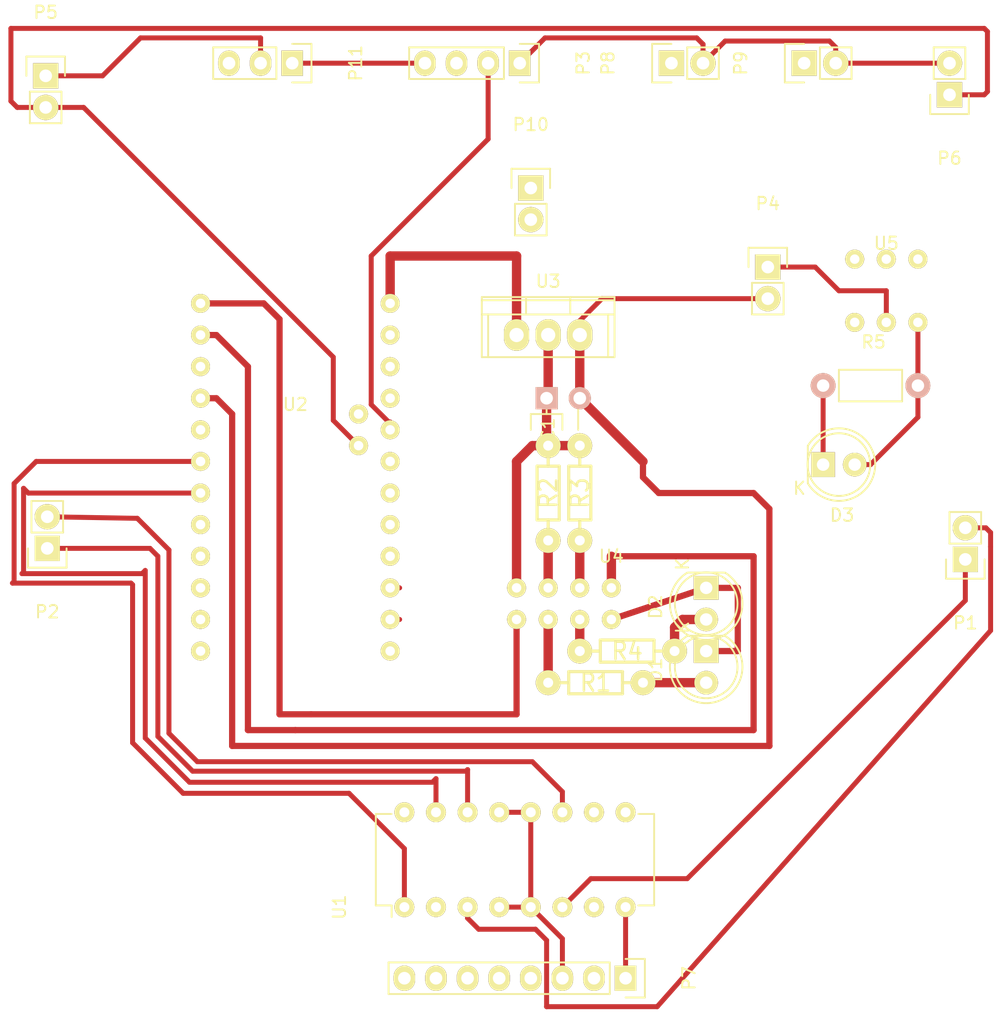
<source format=kicad_pcb>
(kicad_pcb (version 4) (host pcbnew 4.0.2+dfsg1-stable)

  (general
    (links 63)
    (no_connects 23)
    (area 0 0 0 0)
    (thickness 1.6)
    (drawings 4)
    (tracks 163)
    (zones 0)
    (modules 25)
    (nets 46)
  )

  (page A4)
  (layers
    (0 F.Cu signal)
    (31 B.Cu signal)
    (32 B.Adhes user)
    (33 F.Adhes user)
    (34 B.Paste user)
    (35 F.Paste user)
    (36 B.SilkS user)
    (37 F.SilkS user)
    (38 B.Mask user)
    (39 F.Mask user)
    (40 Dwgs.User user)
    (41 Cmts.User user)
    (42 Eco1.User user)
    (43 Eco2.User user)
    (44 Edge.Cuts user)
    (45 Margin user)
    (46 B.CrtYd user)
    (47 F.CrtYd user)
    (48 B.Fab user)
    (49 F.Fab user)
  )

  (setup
    (last_trace_width 0.4)
    (user_trace_width 0.5)
    (user_trace_width 2)
    (trace_clearance 0.2)
    (zone_clearance 0.508)
    (zone_45_only no)
    (trace_min 0.1)
    (segment_width 0.2)
    (edge_width 0.15)
    (via_size 0.6)
    (via_drill 0.4)
    (via_min_size 0.4)
    (via_min_drill 0.3)
    (uvia_size 0.3)
    (uvia_drill 0.1)
    (uvias_allowed no)
    (uvia_min_size 0.2)
    (uvia_min_drill 0.1)
    (pcb_text_width 0.3)
    (pcb_text_size 1.5 1.5)
    (mod_edge_width 0.15)
    (mod_text_size 1 1)
    (mod_text_width 0.15)
    (pad_size 1.524 1.524)
    (pad_drill 0.762)
    (pad_to_mask_clearance 0.2)
    (aux_axis_origin 0 0)
    (visible_elements FFFFFF7F)
    (pcbplotparams
      (layerselection 0x00400_00000001)
      (usegerberextensions false)
      (excludeedgelayer true)
      (linewidth 0.100000)
      (plotframeref false)
      (viasonmask false)
      (mode 1)
      (useauxorigin false)
      (hpglpennumber 1)
      (hpglpenspeed 20)
      (hpglpendiameter 15)
      (hpglpenoverlay 2)
      (psnegative false)
      (psa4output false)
      (plotreference true)
      (plotvalue true)
      (plotinvisibletext false)
      (padsonsilk false)
      (subtractmaskfromsilk false)
      (outputformat 1)
      (mirror false)
      (drillshape 0)
      (scaleselection 1)
      (outputdirectory ""))
  )

  (net 0 "")
  (net 1 "Net-(C1-Pad1)")
  (net 2 "Net-(C1-Pad2)")
  (net 3 "Net-(D1-Pad2)")
  (net 4 "Net-(D2-Pad2)")
  (net 5 "Net-(P3-Pad2)")
  (net 6 "Net-(P3-Pad3)")
  (net 7 "Net-(R1-Pad1)")
  (net 8 "Net-(R2-Pad2)")
  (net 9 "Net-(R3-Pad2)")
  (net 10 "Net-(R4-Pad1)")
  (net 11 "Net-(U1-Pad1)")
  (net 12 "Net-(U1-Pad2)")
  (net 13 "Net-(U1-Pad7)")
  (net 14 "Net-(U2-Pad33)")
  (net 15 "Net-(U2-Pad34)")
  (net 16 "Net-(U2-Pad35)")
  (net 17 "Net-(U2-Pad9)")
  (net 18 "Net-(U2-Pad8)")
  (net 19 "Net-(D3-Pad2)")
  (net 20 "Net-(P10-Pad2)")
  (net 21 "Net-(P5-Pad2)")
  (net 22 "Net-(P7-Pad2)")
  (net 23 "Net-(P7-Pad5)")
  (net 24 "Net-(P7-Pad6)")
  (net 25 "Net-(P7-Pad7)")
  (net 26 "Net-(P7-Pad8)")
  (net 27 "Net-(P8-Pad1)")
  (net 28 "Net-(P9-Pad1)")
  (net 29 "Net-(P10-Pad1)")
  (net 30 "Net-(P11-Pad3)")
  (net 31 "Net-(U1-Pad9)")
  (net 32 "Net-(U1-Pad10)")
  (net 33 "Net-(U1-Pad15)")
  (net 34 "Net-(D3-Pad1)")
  (net 35 "Net-(P1-Pad1)")
  (net 36 "Net-(P1-Pad2)")
  (net 37 "Net-(P2-Pad1)")
  (net 38 "Net-(P2-Pad2)")
  (net 39 "Net-(P11-Pad1)")
  (net 40 "Net-(P4-Pad1)")
  (net 41 "Net-(P7-Pad4)")
  (net 42 "Net-(U5-Pad1)")
  (net 43 "Net-(U5-Pad2)")
  (net 44 "Net-(U5-Pad3)")
  (net 45 "Net-(U5-Pad4)")

  (net_class Default "This is the default net class."
    (clearance 0.2)
    (trace_width 0.4)
    (via_dia 0.6)
    (via_drill 0.4)
    (uvia_dia 0.3)
    (uvia_drill 0.1)
    (add_net "Net-(C1-Pad1)")
    (add_net "Net-(C1-Pad2)")
    (add_net "Net-(D1-Pad2)")
    (add_net "Net-(D2-Pad2)")
    (add_net "Net-(D3-Pad1)")
    (add_net "Net-(D3-Pad2)")
    (add_net "Net-(P1-Pad1)")
    (add_net "Net-(P1-Pad2)")
    (add_net "Net-(P10-Pad1)")
    (add_net "Net-(P10-Pad2)")
    (add_net "Net-(P11-Pad1)")
    (add_net "Net-(P11-Pad3)")
    (add_net "Net-(P2-Pad1)")
    (add_net "Net-(P2-Pad2)")
    (add_net "Net-(P3-Pad2)")
    (add_net "Net-(P3-Pad3)")
    (add_net "Net-(P4-Pad1)")
    (add_net "Net-(P5-Pad2)")
    (add_net "Net-(P7-Pad2)")
    (add_net "Net-(P7-Pad4)")
    (add_net "Net-(P7-Pad5)")
    (add_net "Net-(P7-Pad6)")
    (add_net "Net-(P7-Pad7)")
    (add_net "Net-(P7-Pad8)")
    (add_net "Net-(P8-Pad1)")
    (add_net "Net-(P9-Pad1)")
    (add_net "Net-(R1-Pad1)")
    (add_net "Net-(R2-Pad2)")
    (add_net "Net-(R3-Pad2)")
    (add_net "Net-(R4-Pad1)")
    (add_net "Net-(U1-Pad1)")
    (add_net "Net-(U1-Pad10)")
    (add_net "Net-(U1-Pad15)")
    (add_net "Net-(U1-Pad2)")
    (add_net "Net-(U1-Pad7)")
    (add_net "Net-(U1-Pad9)")
    (add_net "Net-(U2-Pad33)")
    (add_net "Net-(U2-Pad34)")
    (add_net "Net-(U2-Pad35)")
    (add_net "Net-(U2-Pad8)")
    (add_net "Net-(U2-Pad9)")
    (add_net "Net-(U5-Pad1)")
    (add_net "Net-(U5-Pad2)")
    (add_net "Net-(U5-Pad3)")
    (add_net "Net-(U5-Pad4)")
  )

  (module Power_Integrations:TO-220 (layer F.Cu) (tedit 56F1C0C9) (tstamp 56F1BFCB)
    (at 145.542 79.756)
    (descr "Non Isolated JEDEC TO-220 Package")
    (tags "Power Integration YN Package")
    (path /56F1AC9B)
    (fp_text reference U3 (at 0 -4.318) (layer F.SilkS)
      (effects (font (size 1 1) (thickness 0.15)))
    )
    (fp_text value SPX2920U-3.3 (at 0 -4.318) (layer F.Fab)
      (effects (font (size 1 1) (thickness 0.15)))
    )
    (fp_line (start 4.826 -1.651) (end 4.826 1.778) (layer F.SilkS) (width 0.15))
    (fp_line (start -4.826 -1.651) (end -4.826 1.778) (layer F.SilkS) (width 0.15))
    (fp_line (start 5.334 -2.794) (end -5.334 -2.794) (layer F.SilkS) (width 0.15))
    (fp_line (start 1.778 -1.778) (end 1.778 -3.048) (layer F.SilkS) (width 0.15))
    (fp_line (start -1.778 -1.778) (end -1.778 -3.048) (layer F.SilkS) (width 0.15))
    (fp_line (start -5.334 -1.651) (end 5.334 -1.651) (layer F.SilkS) (width 0.15))
    (fp_line (start 5.334 1.778) (end -5.334 1.778) (layer F.SilkS) (width 0.15))
    (fp_line (start -5.334 -3.048) (end -5.334 1.778) (layer F.SilkS) (width 0.15))
    (fp_line (start 5.334 -3.048) (end 5.334 1.778) (layer F.SilkS) (width 0.15))
    (fp_line (start 5.334 -3.048) (end -5.334 -3.048) (layer F.SilkS) (width 0.15))
    (pad 2 thru_hole oval (at 2.54 0) (size 2.032 2.54) (drill 1.143) (layers *.Cu *.Mask F.SilkS)
      (net 2 "Net-(C1-Pad2)"))
    (pad 3 thru_hole oval (at 0 0) (size 2.032 2.54) (drill 1.143) (layers *.Cu *.Mask F.SilkS)
      (net 1 "Net-(C1-Pad1)"))
    (pad 1 thru_hole oval (at -2.54 0) (size 2.032 2.54) (drill 1.143) (layers *.Cu *.Mask F.SilkS)
      (net 19 "Net-(D3-Pad2)"))
  )

  (module bugs:ESP8266 (layer F.Cu) (tedit 56F1B511) (tstamp 56F1BFD7)
    (at 148.082 102.616)
    (path /56F1BA48)
    (fp_text reference U4 (at 2.54 -5.08) (layer F.SilkS)
      (effects (font (size 1 1) (thickness 0.15)))
    )
    (fp_text value ESP8266 (at -5.08 -5.08) (layer F.Fab)
      (effects (font (size 1 1) (thickness 0.15)))
    )
    (pad 1 thru_hole circle (at -5.08 -2.54) (size 1.524 1.524) (drill 0.762) (layers *.Cu *.Mask F.SilkS)
      (net 1 "Net-(C1-Pad1)"))
    (pad 2 thru_hole circle (at -2.54 -2.54) (size 1.524 1.524) (drill 0.762) (layers *.Cu *.Mask F.SilkS)
      (net 8 "Net-(R2-Pad2)"))
    (pad 3 thru_hole circle (at 0 -2.54) (size 1.524 1.524) (drill 0.762) (layers *.Cu *.Mask F.SilkS)
      (net 9 "Net-(R3-Pad2)"))
    (pad 4 thru_hole circle (at 2.54 -2.54) (size 1.524 1.524) (drill 0.762) (layers *.Cu *.Mask F.SilkS)
      (net 15 "Net-(U2-Pad34)"))
    (pad 5 thru_hole circle (at 2.54 0) (size 1.524 1.524) (drill 0.762) (layers *.Cu *.Mask F.SilkS)
      (net 2 "Net-(C1-Pad2)"))
    (pad 6 thru_hole circle (at 0 0) (size 1.524 1.524) (drill 0.762) (layers *.Cu *.Mask F.SilkS)
      (net 10 "Net-(R4-Pad1)"))
    (pad 7 thru_hole circle (at -2.54 0) (size 1.524 1.524) (drill 0.762) (layers *.Cu *.Mask F.SilkS)
      (net 7 "Net-(R1-Pad1)"))
    (pad 8 thru_hole circle (at -5.08 0) (size 1.524 1.524) (drill 0.762) (layers *.Cu *.Mask F.SilkS)
      (net 16 "Net-(U2-Pad35)"))
  )

  (module w_pth_resistors:RC03 (layer F.Cu) (tedit 5706B27D) (tstamp 56F1BF8D)
    (at 150.622 105.156)
    (descr "Resistor, RC03")
    (tags R)
    (path /56F1AEB7)
    (autoplace_cost180 10)
    (fp_text reference R4 (at 1.27 0) (layer F.SilkS)
      (effects (font (size 1.397 1.27) (thickness 0.2032)))
    )
    (fp_text value R (at 0 2.032) (layer F.SilkS) hide
      (effects (font (size 1.397 1.27) (thickness 0.2032)))
    )
    (fp_line (start 3.429 0) (end 5.08 0) (layer F.SilkS) (width 0.254))
    (fp_line (start -0.889 0) (end -2.54 0) (layer F.SilkS) (width 0.254))
    (fp_line (start -0.889 -0.889) (end -0.889 0.889) (layer F.SilkS) (width 0.254))
    (fp_line (start -0.889 0.889) (end 3.429 0.889) (layer F.SilkS) (width 0.254))
    (fp_line (start 3.429 0.889) (end 3.429 -0.889) (layer F.SilkS) (width 0.254))
    (fp_line (start 3.429 -0.889) (end -0.889 -0.889) (layer F.SilkS) (width 0.254))
    (pad 1 thru_hole circle (at -2.54 0) (size 1.99898 1.99898) (drill 0.8001) (layers *.Cu *.Mask F.SilkS)
      (net 10 "Net-(R4-Pad1)"))
    (pad 2 thru_hole circle (at 5.08 0) (size 1.99898 1.99898) (drill 0.8001) (layers *.Cu *.Mask F.SilkS)
      (net 4 "Net-(D2-Pad2)"))
    (model walter/pth_resistors/rc03.wrl
      (at (xyz 0 0 0))
      (scale (xyz 1 1 1))
      (rotate (xyz 0 0 0))
    )
  )

  (module w_pth_resistors:RC03 (layer F.Cu) (tedit 0) (tstamp 56F1BF7B)
    (at 150.622 107.696)
    (descr "Resistor, RC03")
    (tags R)
    (path /56F1AF1D)
    (autoplace_cost180 10)
    (fp_text reference R1 (at -1.27 0) (layer F.SilkS)
      (effects (font (size 1.397 1.27) (thickness 0.2032)))
    )
    (fp_text value R (at -2.54 2.032) (layer F.SilkS) hide
      (effects (font (size 1.397 1.27) (thickness 0.2032)))
    )
    (fp_line (start 0.889 0) (end 2.54 0) (layer F.SilkS) (width 0.254))
    (fp_line (start -3.429 0) (end -5.08 0) (layer F.SilkS) (width 0.254))
    (fp_line (start -3.429 -0.889) (end -3.429 0.889) (layer F.SilkS) (width 0.254))
    (fp_line (start -3.429 0.889) (end 0.889 0.889) (layer F.SilkS) (width 0.254))
    (fp_line (start 0.889 0.889) (end 0.889 -0.889) (layer F.SilkS) (width 0.254))
    (fp_line (start 0.889 -0.889) (end -3.429 -0.889) (layer F.SilkS) (width 0.254))
    (pad 1 thru_hole circle (at -5.08 0) (size 1.99898 1.99898) (drill 0.8001) (layers *.Cu *.Mask F.SilkS)
      (net 7 "Net-(R1-Pad1)"))
    (pad 2 thru_hole circle (at 2.54 0) (size 1.99898 1.99898) (drill 0.8001) (layers *.Cu *.Mask F.SilkS)
      (net 3 "Net-(D1-Pad2)"))
    (model walter/pth_resistors/rc03.wrl
      (at (xyz 0 0 0))
      (scale (xyz 1 1 1))
      (rotate (xyz 0 0 0))
    )
  )

  (module bugs:arduino_mini_pro (layer F.Cu) (tedit 5702359B) (tstamp 56F1BFC4)
    (at 125.222 84.836)
    (path /56F1A6A1)
    (fp_text reference U2 (at 0 0.5) (layer F.SilkS)
      (effects (font (size 1 1) (thickness 0.15)))
    )
    (fp_text value Arduino_Mini (at 0 -0.5) (layer F.Fab)
      (effects (font (size 1 1) (thickness 0.15)))
    )
    (pad 7 thru_hole circle (at 7.62 -7.62) (size 1.524 1.524) (drill 0.762) (layers *.Cu *.Mask F.SilkS)
      (net 19 "Net-(D3-Pad2)"))
    (pad 8 thru_hole circle (at 7.62 -5.08) (size 1.524 1.524) (drill 0.762) (layers *.Cu *.Mask F.SilkS)
      (net 18 "Net-(U2-Pad8)"))
    (pad 9 thru_hole circle (at 7.62 -2.54) (size 1.524 1.524) (drill 0.762) (layers *.Cu *.Mask F.SilkS)
      (net 17 "Net-(U2-Pad9)"))
    (pad 10 thru_hole circle (at 7.62 0) (size 1.524 1.524) (drill 0.762) (layers *.Cu *.Mask F.SilkS)
      (net 39 "Net-(P11-Pad1)"))
    (pad 11 thru_hole circle (at 7.62 2.54) (size 1.524 1.524) (drill 0.762) (layers *.Cu *.Mask F.SilkS)
      (net 5 "Net-(P3-Pad2)"))
    (pad 12 thru_hole circle (at 7.62 5.08) (size 1.524 1.524) (drill 0.762) (layers *.Cu *.Mask F.SilkS)
      (net 29 "Net-(P10-Pad1)"))
    (pad 13 thru_hole circle (at 7.62 7.62) (size 1.524 1.524) (drill 0.762) (layers *.Cu *.Mask F.SilkS)
      (net 28 "Net-(P9-Pad1)"))
    (pad 14 thru_hole circle (at 7.62 10.16) (size 1.524 1.524) (drill 0.762) (layers *.Cu *.Mask F.SilkS)
      (net 30 "Net-(P11-Pad3)"))
    (pad 15 thru_hole circle (at 7.62 12.7) (size 1.524 1.524) (drill 0.762) (layers *.Cu *.Mask F.SilkS)
      (net 25 "Net-(P7-Pad7)"))
    (pad 16 thru_hole circle (at 7.62 15.24) (size 1.524 1.524) (drill 0.762) (layers *.Cu *.Mask F.SilkS)
      (net 23 "Net-(P7-Pad5)"))
    (pad 17 thru_hole circle (at 7.62 17.78) (size 1.524 1.524) (drill 0.762) (layers *.Cu *.Mask F.SilkS)
      (net 24 "Net-(P7-Pad6)"))
    (pad 18 thru_hole circle (at 7.62 20.32) (size 1.524 1.524) (drill 0.762) (layers *.Cu *.Mask F.SilkS)
      (net 26 "Net-(P7-Pad8)"))
    (pad 22 thru_hole circle (at 5.08 1.27) (size 1.524 1.524) (drill 0.762) (layers *.Cu *.Mask F.SilkS)
      (net 27 "Net-(P8-Pad1)"))
    (pad 23 thru_hole circle (at 5.08 3.81) (size 1.524 1.524) (drill 0.762) (layers *.Cu *.Mask F.SilkS)
      (net 21 "Net-(P5-Pad2)"))
    (pad 24 thru_hole circle (at -7.62 20.32) (size 1.524 1.524) (drill 0.762) (layers *.Cu *.Mask F.SilkS)
      (net 22 "Net-(P7-Pad2)"))
    (pad 25 thru_hole circle (at -7.62 17.78) (size 1.524 1.524) (drill 0.762) (layers *.Cu *.Mask F.SilkS)
      (net 6 "Net-(P3-Pad3)"))
    (pad 26 thru_hole circle (at -7.62 15.24) (size 1.524 1.524) (drill 0.762) (layers *.Cu *.Mask F.SilkS)
      (net 13 "Net-(U1-Pad7)"))
    (pad 27 thru_hole circle (at -7.62 12.7) (size 1.524 1.524) (drill 0.762) (layers *.Cu *.Mask F.SilkS)
      (net 31 "Net-(U1-Pad9)"))
    (pad 28 thru_hole circle (at -7.62 10.16) (size 1.524 1.524) (drill 0.762) (layers *.Cu *.Mask F.SilkS)
      (net 32 "Net-(U1-Pad10)"))
    (pad 29 thru_hole circle (at -7.62 7.62) (size 1.524 1.524) (drill 0.762) (layers *.Cu *.Mask F.SilkS)
      (net 33 "Net-(U1-Pad15)"))
    (pad 30 thru_hole circle (at -7.62 5.08) (size 1.524 1.524) (drill 0.762) (layers *.Cu *.Mask F.SilkS)
      (net 11 "Net-(U1-Pad1)"))
    (pad 31 thru_hole circle (at -7.62 2.54) (size 1.524 1.524) (drill 0.762) (layers *.Cu *.Mask F.SilkS)
      (net 12 "Net-(U1-Pad2)"))
    (pad 32 thru_hole circle (at -7.62 0) (size 1.524 1.524) (drill 0.762) (layers *.Cu *.Mask F.SilkS)
      (net 20 "Net-(P10-Pad2)"))
    (pad 33 thru_hole circle (at -7.62 -2.54) (size 1.524 1.524) (drill 0.762) (layers *.Cu *.Mask F.SilkS)
      (net 14 "Net-(U2-Pad33)"))
    (pad 34 thru_hole circle (at -7.62 -5.08) (size 1.524 1.524) (drill 0.762) (layers *.Cu *.Mask F.SilkS)
      (net 15 "Net-(U2-Pad34)"))
    (pad 35 thru_hole circle (at -7.62 -7.62) (size 1.524 1.524) (drill 0.762) (layers *.Cu *.Mask F.SilkS)
      (net 16 "Net-(U2-Pad35)"))
  )

  (module Discret:CPR10X16 (layer F.Cu) (tedit 56F1BDA9) (tstamp 56F1BF46)
    (at 148.082 84.836 90)
    (descr "Condensateur polarise couche")
    (tags CP)
    (path /56F1E79A)
    (fp_text reference C1 (at -2.54 -2.54 90) (layer F.SilkS)
      (effects (font (size 1 1) (thickness 0.15)))
    )
    (fp_text value CP (at -2.54 0 90) (layer F.Fab)
      (effects (font (size 1 1) (thickness 0.15)))
    )
    (fp_line (start -2.54 -3.937) (end -1.27 -3.937) (layer F.SilkS) (width 0.15))
    (fp_line (start -1.27 -3.937) (end -1.27 -1.397) (layer F.SilkS) (width 0.15))
    (fp_line (start -1.27 -1.397) (end -2.54 -1.397) (layer F.SilkS) (width 0.15))
    (fp_line (start -1.27 -2.667) (end 0 -2.667) (layer F.SilkS) (width 0.15))
    (fp_line (start -2.54 -0.127) (end 0 -0.127) (layer F.SilkS) (width 0.15))
    (pad 1 thru_hole rect (at 0 -2.667 90) (size 1.778 1.778) (drill 1.016) (layers *.Cu *.SilkS *.Mask)
      (net 1 "Net-(C1-Pad1)"))
    (pad 2 thru_hole circle (at 0 0 90) (size 1.778 1.778) (drill 1.016) (layers *.Cu *.SilkS *.Mask)
      (net 2 "Net-(C1-Pad2)"))
    (model Discret.3dshapes/CPR10X16.wrl
      (at (xyz 0 0 0))
      (scale (xyz 1 1 1))
      (rotate (xyz 0 0 0))
    )
  )

  (module LEDs:LED-5MM (layer F.Cu) (tedit 5570F7EA) (tstamp 56F1BF4C)
    (at 158.242 105.156 270)
    (descr "LED 5mm round vertical")
    (tags "LED 5mm round vertical")
    (path /56F1AFA5)
    (fp_text reference D1 (at 1.524 4.064 270) (layer F.SilkS)
      (effects (font (size 1 1) (thickness 0.15)))
    )
    (fp_text value LED (at 1.524 -3.937 270) (layer F.Fab)
      (effects (font (size 1 1) (thickness 0.15)))
    )
    (fp_line (start -1.5 -1.55) (end -1.5 1.55) (layer F.CrtYd) (width 0.05))
    (fp_arc (start 1.3 0) (end -1.5 1.55) (angle -302) (layer F.CrtYd) (width 0.05))
    (fp_arc (start 1.27 0) (end -1.23 -1.5) (angle 297.5) (layer F.SilkS) (width 0.15))
    (fp_line (start -1.23 1.5) (end -1.23 -1.5) (layer F.SilkS) (width 0.15))
    (fp_circle (center 1.27 0) (end 0.97 -2.5) (layer F.SilkS) (width 0.15))
    (fp_text user K (at -1.905 1.905 270) (layer F.SilkS)
      (effects (font (size 1 1) (thickness 0.15)))
    )
    (pad 1 thru_hole rect (at 0 0) (size 2 1.9) (drill 1.00076) (layers *.Cu *.Mask F.SilkS)
      (net 2 "Net-(C1-Pad2)"))
    (pad 2 thru_hole circle (at 2.54 0 270) (size 1.9 1.9) (drill 1.00076) (layers *.Cu *.Mask F.SilkS)
      (net 3 "Net-(D1-Pad2)"))
    (model LEDs.3dshapes/LED-5MM.wrl
      (at (xyz 0.05 0 0))
      (scale (xyz 1 1 1))
      (rotate (xyz 0 0 90))
    )
  )

  (module LEDs:LED-5MM (layer F.Cu) (tedit 5570F7EA) (tstamp 56F1BF52)
    (at 158.242 100.076 270)
    (descr "LED 5mm round vertical")
    (tags "LED 5mm round vertical")
    (path /56F1B03A)
    (fp_text reference D2 (at 1.524 4.064 270) (layer F.SilkS)
      (effects (font (size 1 1) (thickness 0.15)))
    )
    (fp_text value LED (at 1.524 -3.937 270) (layer F.Fab)
      (effects (font (size 1 1) (thickness 0.15)))
    )
    (fp_line (start -1.5 -1.55) (end -1.5 1.55) (layer F.CrtYd) (width 0.05))
    (fp_arc (start 1.3 0) (end -1.5 1.55) (angle -302) (layer F.CrtYd) (width 0.05))
    (fp_arc (start 1.27 0) (end -1.23 -1.5) (angle 297.5) (layer F.SilkS) (width 0.15))
    (fp_line (start -1.23 1.5) (end -1.23 -1.5) (layer F.SilkS) (width 0.15))
    (fp_circle (center 1.27 0) (end 0.97 -2.5) (layer F.SilkS) (width 0.15))
    (fp_text user K (at -1.905 1.905 270) (layer F.SilkS)
      (effects (font (size 1 1) (thickness 0.15)))
    )
    (pad 1 thru_hole rect (at 0 0) (size 2 1.9) (drill 1.00076) (layers *.Cu *.Mask F.SilkS)
      (net 2 "Net-(C1-Pad2)"))
    (pad 2 thru_hole circle (at 2.54 0 270) (size 1.9 1.9) (drill 1.00076) (layers *.Cu *.Mask F.SilkS)
      (net 4 "Net-(D2-Pad2)"))
    (model LEDs.3dshapes/LED-5MM.wrl
      (at (xyz 0.05 0 0))
      (scale (xyz 1 1 1))
      (rotate (xyz 0 0 90))
    )
  )

  (module w_pth_resistors:RC03 (layer F.Cu) (tedit 0) (tstamp 56F1BF87)
    (at 148.082 92.456 270)
    (descr "Resistor, RC03")
    (tags R)
    (path /56F1AE8B)
    (autoplace_cost180 10)
    (fp_text reference R3 (at 0 0 270) (layer F.SilkS)
      (effects (font (size 1.397 1.27) (thickness 0.2032)))
    )
    (fp_text value 10k (at 0 2.032 270) (layer F.SilkS) hide
      (effects (font (size 1.397 1.27) (thickness 0.2032)))
    )
    (fp_line (start 2.159 0) (end 3.81 0) (layer F.SilkS) (width 0.254))
    (fp_line (start -2.159 0) (end -3.81 0) (layer F.SilkS) (width 0.254))
    (fp_line (start -2.159 -0.889) (end -2.159 0.889) (layer F.SilkS) (width 0.254))
    (fp_line (start -2.159 0.889) (end 2.159 0.889) (layer F.SilkS) (width 0.254))
    (fp_line (start 2.159 0.889) (end 2.159 -0.889) (layer F.SilkS) (width 0.254))
    (fp_line (start 2.159 -0.889) (end -2.159 -0.889) (layer F.SilkS) (width 0.254))
    (pad 1 thru_hole circle (at -3.81 0 270) (size 1.99898 1.99898) (drill 0.8001) (layers *.Cu *.Mask F.SilkS)
      (net 1 "Net-(C1-Pad1)"))
    (pad 2 thru_hole circle (at 3.81 0 270) (size 1.99898 1.99898) (drill 0.8001) (layers *.Cu *.Mask F.SilkS)
      (net 9 "Net-(R3-Pad2)"))
    (model walter/pth_resistors/rc03.wrl
      (at (xyz 0 0 0))
      (scale (xyz 1 1 1))
      (rotate (xyz 0 0 0))
    )
  )

  (module w_pth_resistors:RC03 (layer F.Cu) (tedit 0) (tstamp 56F1BF81)
    (at 145.542 92.456 270)
    (descr "Resistor, RC03")
    (tags R)
    (path /56F1AE1A)
    (autoplace_cost180 10)
    (fp_text reference R2 (at 0 0 270) (layer F.SilkS)
      (effects (font (size 1.397 1.27) (thickness 0.2032)))
    )
    (fp_text value 10k (at 0 2.032 270) (layer F.SilkS) hide
      (effects (font (size 1.397 1.27) (thickness 0.2032)))
    )
    (fp_line (start 2.159 0) (end 3.81 0) (layer F.SilkS) (width 0.254))
    (fp_line (start -2.159 0) (end -3.81 0) (layer F.SilkS) (width 0.254))
    (fp_line (start -2.159 -0.889) (end -2.159 0.889) (layer F.SilkS) (width 0.254))
    (fp_line (start -2.159 0.889) (end 2.159 0.889) (layer F.SilkS) (width 0.254))
    (fp_line (start 2.159 0.889) (end 2.159 -0.889) (layer F.SilkS) (width 0.254))
    (fp_line (start 2.159 -0.889) (end -2.159 -0.889) (layer F.SilkS) (width 0.254))
    (pad 1 thru_hole circle (at -3.81 0 270) (size 1.99898 1.99898) (drill 0.8001) (layers *.Cu *.Mask F.SilkS)
      (net 1 "Net-(C1-Pad1)"))
    (pad 2 thru_hole circle (at 3.81 0 270) (size 1.99898 1.99898) (drill 0.8001) (layers *.Cu *.Mask F.SilkS)
      (net 8 "Net-(R2-Pad2)"))
    (model walter/pth_resistors/rc03.wrl
      (at (xyz 0 0 0))
      (scale (xyz 1 1 1))
      (rotate (xyz 0 0 0))
    )
  )

  (module LEDs:LED-5MM (layer F.Cu) (tedit 5570F7EA) (tstamp 58820003)
    (at 167.64 90.17)
    (descr "LED 5mm round vertical")
    (tags "LED 5mm round vertical")
    (path /587F401D)
    (fp_text reference D3 (at 1.524 4.064) (layer F.SilkS)
      (effects (font (size 1 1) (thickness 0.15)))
    )
    (fp_text value PowerLED (at 1.524 -3.937) (layer F.Fab)
      (effects (font (size 1 1) (thickness 0.15)))
    )
    (fp_line (start -1.5 -1.55) (end -1.5 1.55) (layer F.CrtYd) (width 0.05))
    (fp_arc (start 1.3 0) (end -1.5 1.55) (angle -302) (layer F.CrtYd) (width 0.05))
    (fp_arc (start 1.27 0) (end -1.23 -1.5) (angle 297.5) (layer F.SilkS) (width 0.15))
    (fp_line (start -1.23 1.5) (end -1.23 -1.5) (layer F.SilkS) (width 0.15))
    (fp_circle (center 1.27 0) (end 0.97 -2.5) (layer F.SilkS) (width 0.15))
    (fp_text user K (at -1.905 1.905) (layer F.SilkS)
      (effects (font (size 1 1) (thickness 0.15)))
    )
    (pad 1 thru_hole rect (at 0 0 90) (size 2 1.9) (drill 1.00076) (layers *.Cu *.Mask F.SilkS)
      (net 34 "Net-(D3-Pad1)"))
    (pad 2 thru_hole circle (at 2.54 0) (size 1.9 1.9) (drill 1.00076) (layers *.Cu *.Mask F.SilkS)
      (net 19 "Net-(D3-Pad2)"))
    (model LEDs.3dshapes/LED-5MM.wrl
      (at (xyz 0.05 0 0))
      (scale (xyz 1 1 1))
      (rotate (xyz 0 0 90))
    )
  )

  (module Pin_Headers:Pin_Header_Straight_1x02 (layer F.Cu) (tedit 54EA090C) (tstamp 58820009)
    (at 179.07 97.79 180)
    (descr "Through hole pin header")
    (tags "pin header")
    (path /587DE3C0)
    (fp_text reference P1 (at 0 -5.1 180) (layer F.SilkS)
      (effects (font (size 1 1) (thickness 0.15)))
    )
    (fp_text value Wheel (at 0 -3.1 180) (layer F.Fab)
      (effects (font (size 1 1) (thickness 0.15)))
    )
    (fp_line (start 1.27 1.27) (end 1.27 3.81) (layer F.SilkS) (width 0.15))
    (fp_line (start 1.55 -1.55) (end 1.55 0) (layer F.SilkS) (width 0.15))
    (fp_line (start -1.75 -1.75) (end -1.75 4.3) (layer F.CrtYd) (width 0.05))
    (fp_line (start 1.75 -1.75) (end 1.75 4.3) (layer F.CrtYd) (width 0.05))
    (fp_line (start -1.75 -1.75) (end 1.75 -1.75) (layer F.CrtYd) (width 0.05))
    (fp_line (start -1.75 4.3) (end 1.75 4.3) (layer F.CrtYd) (width 0.05))
    (fp_line (start 1.27 1.27) (end -1.27 1.27) (layer F.SilkS) (width 0.15))
    (fp_line (start -1.55 0) (end -1.55 -1.55) (layer F.SilkS) (width 0.15))
    (fp_line (start -1.55 -1.55) (end 1.55 -1.55) (layer F.SilkS) (width 0.15))
    (fp_line (start -1.27 1.27) (end -1.27 3.81) (layer F.SilkS) (width 0.15))
    (fp_line (start -1.27 3.81) (end 1.27 3.81) (layer F.SilkS) (width 0.15))
    (pad 1 thru_hole rect (at 0 0 180) (size 2.032 2.032) (drill 1.016) (layers *.Cu *.Mask F.SilkS)
      (net 35 "Net-(P1-Pad1)"))
    (pad 2 thru_hole oval (at 0 2.54 180) (size 2.032 2.032) (drill 1.016) (layers *.Cu *.Mask F.SilkS)
      (net 36 "Net-(P1-Pad2)"))
    (model Pin_Headers.3dshapes/Pin_Header_Straight_1x02.wrl
      (at (xyz 0 -0.05 0))
      (scale (xyz 1 1 1))
      (rotate (xyz 0 0 90))
    )
  )

  (module Pin_Headers:Pin_Header_Straight_1x02 (layer F.Cu) (tedit 54EA090C) (tstamp 5882000F)
    (at 105.283 96.901 180)
    (descr "Through hole pin header")
    (tags "pin header")
    (path /587DE533)
    (fp_text reference P2 (at 0 -5.1 180) (layer F.SilkS)
      (effects (font (size 1 1) (thickness 0.15)))
    )
    (fp_text value Wheel (at 0 -3.1 180) (layer F.Fab)
      (effects (font (size 1 1) (thickness 0.15)))
    )
    (fp_line (start 1.27 1.27) (end 1.27 3.81) (layer F.SilkS) (width 0.15))
    (fp_line (start 1.55 -1.55) (end 1.55 0) (layer F.SilkS) (width 0.15))
    (fp_line (start -1.75 -1.75) (end -1.75 4.3) (layer F.CrtYd) (width 0.05))
    (fp_line (start 1.75 -1.75) (end 1.75 4.3) (layer F.CrtYd) (width 0.05))
    (fp_line (start -1.75 -1.75) (end 1.75 -1.75) (layer F.CrtYd) (width 0.05))
    (fp_line (start -1.75 4.3) (end 1.75 4.3) (layer F.CrtYd) (width 0.05))
    (fp_line (start 1.27 1.27) (end -1.27 1.27) (layer F.SilkS) (width 0.15))
    (fp_line (start -1.55 0) (end -1.55 -1.55) (layer F.SilkS) (width 0.15))
    (fp_line (start -1.55 -1.55) (end 1.55 -1.55) (layer F.SilkS) (width 0.15))
    (fp_line (start -1.27 1.27) (end -1.27 3.81) (layer F.SilkS) (width 0.15))
    (fp_line (start -1.27 3.81) (end 1.27 3.81) (layer F.SilkS) (width 0.15))
    (pad 1 thru_hole rect (at 0 0 180) (size 2.032 2.032) (drill 1.016) (layers *.Cu *.Mask F.SilkS)
      (net 37 "Net-(P2-Pad1)"))
    (pad 2 thru_hole oval (at 0 2.54 180) (size 2.032 2.032) (drill 1.016) (layers *.Cu *.Mask F.SilkS)
      (net 38 "Net-(P2-Pad2)"))
    (model Pin_Headers.3dshapes/Pin_Header_Straight_1x02.wrl
      (at (xyz 0 -0.05 0))
      (scale (xyz 1 1 1))
      (rotate (xyz 0 0 90))
    )
  )

  (module Pin_Headers:Pin_Header_Straight_1x04 (layer F.Cu) (tedit 0) (tstamp 58820017)
    (at 143.256 57.912 270)
    (descr "Through hole pin header")
    (tags "pin header")
    (path /587DEA8E)
    (fp_text reference P3 (at 0 -5.1 270) (layer F.SilkS)
      (effects (font (size 1 1) (thickness 0.15)))
    )
    (fp_text value Sonar (at 0 -3.1 270) (layer F.Fab)
      (effects (font (size 1 1) (thickness 0.15)))
    )
    (fp_line (start -1.75 -1.75) (end -1.75 9.4) (layer F.CrtYd) (width 0.05))
    (fp_line (start 1.75 -1.75) (end 1.75 9.4) (layer F.CrtYd) (width 0.05))
    (fp_line (start -1.75 -1.75) (end 1.75 -1.75) (layer F.CrtYd) (width 0.05))
    (fp_line (start -1.75 9.4) (end 1.75 9.4) (layer F.CrtYd) (width 0.05))
    (fp_line (start -1.27 1.27) (end -1.27 8.89) (layer F.SilkS) (width 0.15))
    (fp_line (start 1.27 1.27) (end 1.27 8.89) (layer F.SilkS) (width 0.15))
    (fp_line (start 1.55 -1.55) (end 1.55 0) (layer F.SilkS) (width 0.15))
    (fp_line (start -1.27 8.89) (end 1.27 8.89) (layer F.SilkS) (width 0.15))
    (fp_line (start 1.27 1.27) (end -1.27 1.27) (layer F.SilkS) (width 0.15))
    (fp_line (start -1.55 0) (end -1.55 -1.55) (layer F.SilkS) (width 0.15))
    (fp_line (start -1.55 -1.55) (end 1.55 -1.55) (layer F.SilkS) (width 0.15))
    (pad 1 thru_hole rect (at 0 0 270) (size 2.032 1.7272) (drill 1.016) (layers *.Cu *.Mask F.SilkS)
      (net 20 "Net-(P10-Pad2)"))
    (pad 2 thru_hole oval (at 0 2.54 270) (size 2.032 1.7272) (drill 1.016) (layers *.Cu *.Mask F.SilkS)
      (net 5 "Net-(P3-Pad2)"))
    (pad 3 thru_hole oval (at 0 5.08 270) (size 2.032 1.7272) (drill 1.016) (layers *.Cu *.Mask F.SilkS)
      (net 6 "Net-(P3-Pad3)"))
    (pad 4 thru_hole oval (at 0 7.62 270) (size 2.032 1.7272) (drill 1.016) (layers *.Cu *.Mask F.SilkS)
      (net 39 "Net-(P11-Pad1)"))
    (model Pin_Headers.3dshapes/Pin_Header_Straight_1x04.wrl
      (at (xyz 0 -0.15 0))
      (scale (xyz 1 1 1))
      (rotate (xyz 0 0 90))
    )
  )

  (module Pin_Headers:Pin_Header_Straight_1x02 (layer F.Cu) (tedit 54EA090C) (tstamp 5882001D)
    (at 163.195 74.295)
    (descr "Through hole pin header")
    (tags "pin header")
    (path /56F1CB48)
    (fp_text reference P4 (at 0 -5.1) (layer F.SilkS)
      (effects (font (size 1 1) (thickness 0.15)))
    )
    (fp_text value PowerPINs (at 0 -3.1) (layer F.Fab)
      (effects (font (size 1 1) (thickness 0.15)))
    )
    (fp_line (start 1.27 1.27) (end 1.27 3.81) (layer F.SilkS) (width 0.15))
    (fp_line (start 1.55 -1.55) (end 1.55 0) (layer F.SilkS) (width 0.15))
    (fp_line (start -1.75 -1.75) (end -1.75 4.3) (layer F.CrtYd) (width 0.05))
    (fp_line (start 1.75 -1.75) (end 1.75 4.3) (layer F.CrtYd) (width 0.05))
    (fp_line (start -1.75 -1.75) (end 1.75 -1.75) (layer F.CrtYd) (width 0.05))
    (fp_line (start -1.75 4.3) (end 1.75 4.3) (layer F.CrtYd) (width 0.05))
    (fp_line (start 1.27 1.27) (end -1.27 1.27) (layer F.SilkS) (width 0.15))
    (fp_line (start -1.55 0) (end -1.55 -1.55) (layer F.SilkS) (width 0.15))
    (fp_line (start -1.55 -1.55) (end 1.55 -1.55) (layer F.SilkS) (width 0.15))
    (fp_line (start -1.27 1.27) (end -1.27 3.81) (layer F.SilkS) (width 0.15))
    (fp_line (start -1.27 3.81) (end 1.27 3.81) (layer F.SilkS) (width 0.15))
    (pad 1 thru_hole rect (at 0 0) (size 2.032 2.032) (drill 1.016) (layers *.Cu *.Mask F.SilkS)
      (net 40 "Net-(P4-Pad1)"))
    (pad 2 thru_hole oval (at 0 2.54) (size 2.032 2.032) (drill 1.016) (layers *.Cu *.Mask F.SilkS)
      (net 2 "Net-(C1-Pad2)"))
    (model Pin_Headers.3dshapes/Pin_Header_Straight_1x02.wrl
      (at (xyz 0 -0.05 0))
      (scale (xyz 1 1 1))
      (rotate (xyz 0 0 90))
    )
  )

  (module Pin_Headers:Pin_Header_Straight_1x02 (layer F.Cu) (tedit 54EA090C) (tstamp 58820023)
    (at 105.156 58.928)
    (descr "Through hole pin header")
    (tags "pin header")
    (path /587E5E3D)
    (fp_text reference P5 (at 0 -5.1) (layer F.SilkS)
      (effects (font (size 1 1) (thickness 0.15)))
    )
    (fp_text value Headlight (at 0 -3.1) (layer F.Fab)
      (effects (font (size 1 1) (thickness 0.15)))
    )
    (fp_line (start 1.27 1.27) (end 1.27 3.81) (layer F.SilkS) (width 0.15))
    (fp_line (start 1.55 -1.55) (end 1.55 0) (layer F.SilkS) (width 0.15))
    (fp_line (start -1.75 -1.75) (end -1.75 4.3) (layer F.CrtYd) (width 0.05))
    (fp_line (start 1.75 -1.75) (end 1.75 4.3) (layer F.CrtYd) (width 0.05))
    (fp_line (start -1.75 -1.75) (end 1.75 -1.75) (layer F.CrtYd) (width 0.05))
    (fp_line (start -1.75 4.3) (end 1.75 4.3) (layer F.CrtYd) (width 0.05))
    (fp_line (start 1.27 1.27) (end -1.27 1.27) (layer F.SilkS) (width 0.15))
    (fp_line (start -1.55 0) (end -1.55 -1.55) (layer F.SilkS) (width 0.15))
    (fp_line (start -1.55 -1.55) (end 1.55 -1.55) (layer F.SilkS) (width 0.15))
    (fp_line (start -1.27 1.27) (end -1.27 3.81) (layer F.SilkS) (width 0.15))
    (fp_line (start -1.27 3.81) (end 1.27 3.81) (layer F.SilkS) (width 0.15))
    (pad 1 thru_hole rect (at 0 0) (size 2.032 2.032) (drill 1.016) (layers *.Cu *.Mask F.SilkS)
      (net 20 "Net-(P10-Pad2)"))
    (pad 2 thru_hole oval (at 0 2.54) (size 2.032 2.032) (drill 1.016) (layers *.Cu *.Mask F.SilkS)
      (net 21 "Net-(P5-Pad2)"))
    (model Pin_Headers.3dshapes/Pin_Header_Straight_1x02.wrl
      (at (xyz 0 -0.05 0))
      (scale (xyz 1 1 1))
      (rotate (xyz 0 0 90))
    )
  )

  (module Pin_Headers:Pin_Header_Straight_1x02 (layer F.Cu) (tedit 54EA090C) (tstamp 58820029)
    (at 177.8 60.452 180)
    (descr "Through hole pin header")
    (tags "pin header")
    (path /587E5CCD)
    (fp_text reference P6 (at 0 -5.1 180) (layer F.SilkS)
      (effects (font (size 1 1) (thickness 0.15)))
    )
    (fp_text value Headlight (at 0 -3.1 180) (layer F.Fab)
      (effects (font (size 1 1) (thickness 0.15)))
    )
    (fp_line (start 1.27 1.27) (end 1.27 3.81) (layer F.SilkS) (width 0.15))
    (fp_line (start 1.55 -1.55) (end 1.55 0) (layer F.SilkS) (width 0.15))
    (fp_line (start -1.75 -1.75) (end -1.75 4.3) (layer F.CrtYd) (width 0.05))
    (fp_line (start 1.75 -1.75) (end 1.75 4.3) (layer F.CrtYd) (width 0.05))
    (fp_line (start -1.75 -1.75) (end 1.75 -1.75) (layer F.CrtYd) (width 0.05))
    (fp_line (start -1.75 4.3) (end 1.75 4.3) (layer F.CrtYd) (width 0.05))
    (fp_line (start 1.27 1.27) (end -1.27 1.27) (layer F.SilkS) (width 0.15))
    (fp_line (start -1.55 0) (end -1.55 -1.55) (layer F.SilkS) (width 0.15))
    (fp_line (start -1.55 -1.55) (end 1.55 -1.55) (layer F.SilkS) (width 0.15))
    (fp_line (start -1.27 1.27) (end -1.27 3.81) (layer F.SilkS) (width 0.15))
    (fp_line (start -1.27 3.81) (end 1.27 3.81) (layer F.SilkS) (width 0.15))
    (pad 1 thru_hole rect (at 0 0 180) (size 2.032 2.032) (drill 1.016) (layers *.Cu *.Mask F.SilkS)
      (net 21 "Net-(P5-Pad2)"))
    (pad 2 thru_hole oval (at 0 2.54 180) (size 2.032 2.032) (drill 1.016) (layers *.Cu *.Mask F.SilkS)
      (net 20 "Net-(P10-Pad2)"))
    (model Pin_Headers.3dshapes/Pin_Header_Straight_1x02.wrl
      (at (xyz 0 -0.05 0))
      (scale (xyz 1 1 1))
      (rotate (xyz 0 0 90))
    )
  )

  (module Pin_Headers:Pin_Header_Straight_1x08 (layer F.Cu) (tedit 0) (tstamp 58820035)
    (at 151.765 131.445 270)
    (descr "Through hole pin header")
    (tags "pin header")
    (path /587E510C)
    (fp_text reference P7 (at 0 -5.1 270) (layer F.SilkS)
      (effects (font (size 1 1) (thickness 0.15)))
    )
    (fp_text value RCReader (at 0 -3.1 270) (layer F.Fab)
      (effects (font (size 1 1) (thickness 0.15)))
    )
    (fp_line (start -1.75 -1.75) (end -1.75 19.55) (layer F.CrtYd) (width 0.05))
    (fp_line (start 1.75 -1.75) (end 1.75 19.55) (layer F.CrtYd) (width 0.05))
    (fp_line (start -1.75 -1.75) (end 1.75 -1.75) (layer F.CrtYd) (width 0.05))
    (fp_line (start -1.75 19.55) (end 1.75 19.55) (layer F.CrtYd) (width 0.05))
    (fp_line (start 1.27 1.27) (end 1.27 19.05) (layer F.SilkS) (width 0.15))
    (fp_line (start 1.27 19.05) (end -1.27 19.05) (layer F.SilkS) (width 0.15))
    (fp_line (start -1.27 19.05) (end -1.27 1.27) (layer F.SilkS) (width 0.15))
    (fp_line (start 1.55 -1.55) (end 1.55 0) (layer F.SilkS) (width 0.15))
    (fp_line (start 1.27 1.27) (end -1.27 1.27) (layer F.SilkS) (width 0.15))
    (fp_line (start -1.55 0) (end -1.55 -1.55) (layer F.SilkS) (width 0.15))
    (fp_line (start -1.55 -1.55) (end 1.55 -1.55) (layer F.SilkS) (width 0.15))
    (pad 1 thru_hole rect (at 0 0 270) (size 2.032 1.7272) (drill 1.016) (layers *.Cu *.Mask F.SilkS)
      (net 39 "Net-(P11-Pad1)"))
    (pad 2 thru_hole oval (at 0 2.54 270) (size 2.032 1.7272) (drill 1.016) (layers *.Cu *.Mask F.SilkS)
      (net 22 "Net-(P7-Pad2)"))
    (pad 3 thru_hole oval (at 0 5.08 270) (size 2.032 1.7272) (drill 1.016) (layers *.Cu *.Mask F.SilkS)
      (net 20 "Net-(P10-Pad2)"))
    (pad 4 thru_hole oval (at 0 7.62 270) (size 2.032 1.7272) (drill 1.016) (layers *.Cu *.Mask F.SilkS)
      (net 41 "Net-(P7-Pad4)"))
    (pad 5 thru_hole oval (at 0 10.16 270) (size 2.032 1.7272) (drill 1.016) (layers *.Cu *.Mask F.SilkS)
      (net 23 "Net-(P7-Pad5)"))
    (pad 6 thru_hole oval (at 0 12.7 270) (size 2.032 1.7272) (drill 1.016) (layers *.Cu *.Mask F.SilkS)
      (net 24 "Net-(P7-Pad6)"))
    (pad 7 thru_hole oval (at 0 15.24 270) (size 2.032 1.7272) (drill 1.016) (layers *.Cu *.Mask F.SilkS)
      (net 25 "Net-(P7-Pad7)"))
    (pad 8 thru_hole oval (at 0 17.78 270) (size 2.032 1.7272) (drill 1.016) (layers *.Cu *.Mask F.SilkS)
      (net 26 "Net-(P7-Pad8)"))
    (model Pin_Headers.3dshapes/Pin_Header_Straight_1x08.wrl
      (at (xyz 0 -0.35 0))
      (scale (xyz 1 1 1))
      (rotate (xyz 0 0 90))
    )
  )

  (module Pin_Headers:Pin_Header_Straight_1x02 (layer F.Cu) (tedit 54EA090C) (tstamp 5882003B)
    (at 155.448 57.912 90)
    (descr "Through hole pin header")
    (tags "pin header")
    (path /587E5DE2)
    (fp_text reference P8 (at 0 -5.1 90) (layer F.SilkS)
      (effects (font (size 1 1) (thickness 0.15)))
    )
    (fp_text value IRTransmitter (at 0 -3.1 90) (layer F.Fab)
      (effects (font (size 1 1) (thickness 0.15)))
    )
    (fp_line (start 1.27 1.27) (end 1.27 3.81) (layer F.SilkS) (width 0.15))
    (fp_line (start 1.55 -1.55) (end 1.55 0) (layer F.SilkS) (width 0.15))
    (fp_line (start -1.75 -1.75) (end -1.75 4.3) (layer F.CrtYd) (width 0.05))
    (fp_line (start 1.75 -1.75) (end 1.75 4.3) (layer F.CrtYd) (width 0.05))
    (fp_line (start -1.75 -1.75) (end 1.75 -1.75) (layer F.CrtYd) (width 0.05))
    (fp_line (start -1.75 4.3) (end 1.75 4.3) (layer F.CrtYd) (width 0.05))
    (fp_line (start 1.27 1.27) (end -1.27 1.27) (layer F.SilkS) (width 0.15))
    (fp_line (start -1.55 0) (end -1.55 -1.55) (layer F.SilkS) (width 0.15))
    (fp_line (start -1.55 -1.55) (end 1.55 -1.55) (layer F.SilkS) (width 0.15))
    (fp_line (start -1.27 1.27) (end -1.27 3.81) (layer F.SilkS) (width 0.15))
    (fp_line (start -1.27 3.81) (end 1.27 3.81) (layer F.SilkS) (width 0.15))
    (pad 1 thru_hole rect (at 0 0 90) (size 2.032 2.032) (drill 1.016) (layers *.Cu *.Mask F.SilkS)
      (net 27 "Net-(P8-Pad1)"))
    (pad 2 thru_hole oval (at 0 2.54 90) (size 2.032 2.032) (drill 1.016) (layers *.Cu *.Mask F.SilkS)
      (net 20 "Net-(P10-Pad2)"))
    (model Pin_Headers.3dshapes/Pin_Header_Straight_1x02.wrl
      (at (xyz 0 -0.05 0))
      (scale (xyz 1 1 1))
      (rotate (xyz 0 0 90))
    )
  )

  (module Pin_Headers:Pin_Header_Straight_1x02 (layer F.Cu) (tedit 54EA090C) (tstamp 58820041)
    (at 166.116 57.912 90)
    (descr "Through hole pin header")
    (tags "pin header")
    (path /587E5FE3)
    (fp_text reference P9 (at 0 -5.1 90) (layer F.SilkS)
      (effects (font (size 1 1) (thickness 0.15)))
    )
    (fp_text value RedLED (at 0 -3.1 90) (layer F.Fab)
      (effects (font (size 1 1) (thickness 0.15)))
    )
    (fp_line (start 1.27 1.27) (end 1.27 3.81) (layer F.SilkS) (width 0.15))
    (fp_line (start 1.55 -1.55) (end 1.55 0) (layer F.SilkS) (width 0.15))
    (fp_line (start -1.75 -1.75) (end -1.75 4.3) (layer F.CrtYd) (width 0.05))
    (fp_line (start 1.75 -1.75) (end 1.75 4.3) (layer F.CrtYd) (width 0.05))
    (fp_line (start -1.75 -1.75) (end 1.75 -1.75) (layer F.CrtYd) (width 0.05))
    (fp_line (start -1.75 4.3) (end 1.75 4.3) (layer F.CrtYd) (width 0.05))
    (fp_line (start 1.27 1.27) (end -1.27 1.27) (layer F.SilkS) (width 0.15))
    (fp_line (start -1.55 0) (end -1.55 -1.55) (layer F.SilkS) (width 0.15))
    (fp_line (start -1.55 -1.55) (end 1.55 -1.55) (layer F.SilkS) (width 0.15))
    (fp_line (start -1.27 1.27) (end -1.27 3.81) (layer F.SilkS) (width 0.15))
    (fp_line (start -1.27 3.81) (end 1.27 3.81) (layer F.SilkS) (width 0.15))
    (pad 1 thru_hole rect (at 0 0 90) (size 2.032 2.032) (drill 1.016) (layers *.Cu *.Mask F.SilkS)
      (net 28 "Net-(P9-Pad1)"))
    (pad 2 thru_hole oval (at 0 2.54 90) (size 2.032 2.032) (drill 1.016) (layers *.Cu *.Mask F.SilkS)
      (net 20 "Net-(P10-Pad2)"))
    (model Pin_Headers.3dshapes/Pin_Header_Straight_1x02.wrl
      (at (xyz 0 -0.05 0))
      (scale (xyz 1 1 1))
      (rotate (xyz 0 0 90))
    )
  )

  (module Pin_Headers:Pin_Header_Straight_1x02 (layer F.Cu) (tedit 54EA090C) (tstamp 58820047)
    (at 144.145 67.945)
    (descr "Through hole pin header")
    (tags "pin header")
    (path /5881EF5D)
    (fp_text reference P10 (at 0 -5.1) (layer F.SilkS)
      (effects (font (size 1 1) (thickness 0.15)))
    )
    (fp_text value Speaker (at 0 -3.1) (layer F.Fab)
      (effects (font (size 1 1) (thickness 0.15)))
    )
    (fp_line (start 1.27 1.27) (end 1.27 3.81) (layer F.SilkS) (width 0.15))
    (fp_line (start 1.55 -1.55) (end 1.55 0) (layer F.SilkS) (width 0.15))
    (fp_line (start -1.75 -1.75) (end -1.75 4.3) (layer F.CrtYd) (width 0.05))
    (fp_line (start 1.75 -1.75) (end 1.75 4.3) (layer F.CrtYd) (width 0.05))
    (fp_line (start -1.75 -1.75) (end 1.75 -1.75) (layer F.CrtYd) (width 0.05))
    (fp_line (start -1.75 4.3) (end 1.75 4.3) (layer F.CrtYd) (width 0.05))
    (fp_line (start 1.27 1.27) (end -1.27 1.27) (layer F.SilkS) (width 0.15))
    (fp_line (start -1.55 0) (end -1.55 -1.55) (layer F.SilkS) (width 0.15))
    (fp_line (start -1.55 -1.55) (end 1.55 -1.55) (layer F.SilkS) (width 0.15))
    (fp_line (start -1.27 1.27) (end -1.27 3.81) (layer F.SilkS) (width 0.15))
    (fp_line (start -1.27 3.81) (end 1.27 3.81) (layer F.SilkS) (width 0.15))
    (pad 1 thru_hole rect (at 0 0) (size 2.032 2.032) (drill 1.016) (layers *.Cu *.Mask F.SilkS)
      (net 29 "Net-(P10-Pad1)"))
    (pad 2 thru_hole oval (at 0 2.54) (size 2.032 2.032) (drill 1.016) (layers *.Cu *.Mask F.SilkS)
      (net 20 "Net-(P10-Pad2)"))
    (model Pin_Headers.3dshapes/Pin_Header_Straight_1x02.wrl
      (at (xyz 0 -0.05 0))
      (scale (xyz 1 1 1))
      (rotate (xyz 0 0 90))
    )
  )

  (module Pin_Headers:Pin_Header_Straight_1x03 (layer F.Cu) (tedit 0) (tstamp 5882004E)
    (at 124.968 57.912 270)
    (descr "Through hole pin header")
    (tags "pin header")
    (path /587E620C)
    (fp_text reference P11 (at 0 -5.1 270) (layer F.SilkS)
      (effects (font (size 1 1) (thickness 0.15)))
    )
    (fp_text value IRReceiver (at 0 -3.1 270) (layer F.Fab)
      (effects (font (size 1 1) (thickness 0.15)))
    )
    (fp_line (start -1.75 -1.75) (end -1.75 6.85) (layer F.CrtYd) (width 0.05))
    (fp_line (start 1.75 -1.75) (end 1.75 6.85) (layer F.CrtYd) (width 0.05))
    (fp_line (start -1.75 -1.75) (end 1.75 -1.75) (layer F.CrtYd) (width 0.05))
    (fp_line (start -1.75 6.85) (end 1.75 6.85) (layer F.CrtYd) (width 0.05))
    (fp_line (start -1.27 1.27) (end -1.27 6.35) (layer F.SilkS) (width 0.15))
    (fp_line (start -1.27 6.35) (end 1.27 6.35) (layer F.SilkS) (width 0.15))
    (fp_line (start 1.27 6.35) (end 1.27 1.27) (layer F.SilkS) (width 0.15))
    (fp_line (start 1.55 -1.55) (end 1.55 0) (layer F.SilkS) (width 0.15))
    (fp_line (start 1.27 1.27) (end -1.27 1.27) (layer F.SilkS) (width 0.15))
    (fp_line (start -1.55 0) (end -1.55 -1.55) (layer F.SilkS) (width 0.15))
    (fp_line (start -1.55 -1.55) (end 1.55 -1.55) (layer F.SilkS) (width 0.15))
    (pad 1 thru_hole rect (at 0 0 270) (size 2.032 1.7272) (drill 1.016) (layers *.Cu *.Mask F.SilkS)
      (net 39 "Net-(P11-Pad1)"))
    (pad 2 thru_hole oval (at 0 2.54 270) (size 2.032 1.7272) (drill 1.016) (layers *.Cu *.Mask F.SilkS)
      (net 20 "Net-(P10-Pad2)"))
    (pad 3 thru_hole oval (at 0 5.08 270) (size 2.032 1.7272) (drill 1.016) (layers *.Cu *.Mask F.SilkS)
      (net 30 "Net-(P11-Pad3)"))
    (model Pin_Headers.3dshapes/Pin_Header_Straight_1x03.wrl
      (at (xyz 0 -0.1 0))
      (scale (xyz 1 1 1))
      (rotate (xyz 0 0 90))
    )
  )

  (module Resistors_ThroughHole:Resistor_Horizontal_RM7mm (layer F.Cu) (tedit 569FCF07) (tstamp 58820054)
    (at 167.64 83.82)
    (descr "Resistor, Axial,  RM 7.62mm, 1/3W,")
    (tags "Resistor Axial RM 7.62mm 1/3W R3")
    (path /587F4103)
    (fp_text reference R5 (at 4.05892 -3.50012) (layer F.SilkS)
      (effects (font (size 1 1) (thickness 0.15)))
    )
    (fp_text value R (at 3.81 3.81) (layer F.Fab)
      (effects (font (size 1 1) (thickness 0.15)))
    )
    (fp_line (start -1.25 -1.5) (end 8.85 -1.5) (layer F.CrtYd) (width 0.05))
    (fp_line (start -1.25 1.5) (end -1.25 -1.5) (layer F.CrtYd) (width 0.05))
    (fp_line (start 8.85 -1.5) (end 8.85 1.5) (layer F.CrtYd) (width 0.05))
    (fp_line (start -1.25 1.5) (end 8.85 1.5) (layer F.CrtYd) (width 0.05))
    (fp_line (start 1.27 -1.27) (end 6.35 -1.27) (layer F.SilkS) (width 0.15))
    (fp_line (start 6.35 -1.27) (end 6.35 1.27) (layer F.SilkS) (width 0.15))
    (fp_line (start 6.35 1.27) (end 1.27 1.27) (layer F.SilkS) (width 0.15))
    (fp_line (start 1.27 1.27) (end 1.27 -1.27) (layer F.SilkS) (width 0.15))
    (pad 1 thru_hole circle (at 0 0) (size 1.99898 1.99898) (drill 1.00076) (layers *.Cu *.SilkS *.Mask)
      (net 34 "Net-(D3-Pad1)"))
    (pad 2 thru_hole circle (at 7.62 0) (size 1.99898 1.99898) (drill 1.00076) (layers *.Cu *.SilkS *.Mask)
      (net 19 "Net-(D3-Pad2)"))
  )

  (module Housings_DIP:DIP-16_W7.62mm (layer F.Cu) (tedit 54130A77) (tstamp 5882006E)
    (at 133.985 125.73 90)
    (descr "16-lead dip package, row spacing 7.62 mm (300 mils)")
    (tags "dil dip 2.54 300")
    (path /587DD6FF)
    (fp_text reference U1 (at 0 -5.22 90) (layer F.SilkS)
      (effects (font (size 1 1) (thickness 0.15)))
    )
    (fp_text value L293D (at 0 -3.72 90) (layer F.Fab)
      (effects (font (size 1 1) (thickness 0.15)))
    )
    (fp_line (start -1.05 -2.45) (end -1.05 20.25) (layer F.CrtYd) (width 0.05))
    (fp_line (start 8.65 -2.45) (end 8.65 20.25) (layer F.CrtYd) (width 0.05))
    (fp_line (start -1.05 -2.45) (end 8.65 -2.45) (layer F.CrtYd) (width 0.05))
    (fp_line (start -1.05 20.25) (end 8.65 20.25) (layer F.CrtYd) (width 0.05))
    (fp_line (start 0.135 -2.295) (end 0.135 -1.025) (layer F.SilkS) (width 0.15))
    (fp_line (start 7.485 -2.295) (end 7.485 -1.025) (layer F.SilkS) (width 0.15))
    (fp_line (start 7.485 20.075) (end 7.485 18.805) (layer F.SilkS) (width 0.15))
    (fp_line (start 0.135 20.075) (end 0.135 18.805) (layer F.SilkS) (width 0.15))
    (fp_line (start 0.135 -2.295) (end 7.485 -2.295) (layer F.SilkS) (width 0.15))
    (fp_line (start 0.135 20.075) (end 7.485 20.075) (layer F.SilkS) (width 0.15))
    (fp_line (start 0.135 -1.025) (end -0.8 -1.025) (layer F.SilkS) (width 0.15))
    (pad 1 thru_hole oval (at 0 0 90) (size 1.6 1.6) (drill 0.8) (layers *.Cu *.Mask F.SilkS)
      (net 11 "Net-(U1-Pad1)"))
    (pad 2 thru_hole oval (at 0 2.54 90) (size 1.6 1.6) (drill 0.8) (layers *.Cu *.Mask F.SilkS)
      (net 12 "Net-(U1-Pad2)"))
    (pad 3 thru_hole oval (at 0 5.08 90) (size 1.6 1.6) (drill 0.8) (layers *.Cu *.Mask F.SilkS)
      (net 36 "Net-(P1-Pad2)"))
    (pad 4 thru_hole oval (at 0 7.62 90) (size 1.6 1.6) (drill 0.8) (layers *.Cu *.Mask F.SilkS)
      (net 20 "Net-(P10-Pad2)"))
    (pad 5 thru_hole oval (at 0 10.16 90) (size 1.6 1.6) (drill 0.8) (layers *.Cu *.Mask F.SilkS)
      (net 20 "Net-(P10-Pad2)"))
    (pad 6 thru_hole oval (at 0 12.7 90) (size 1.6 1.6) (drill 0.8) (layers *.Cu *.Mask F.SilkS)
      (net 35 "Net-(P1-Pad1)"))
    (pad 7 thru_hole oval (at 0 15.24 90) (size 1.6 1.6) (drill 0.8) (layers *.Cu *.Mask F.SilkS)
      (net 13 "Net-(U1-Pad7)"))
    (pad 8 thru_hole oval (at 0 17.78 90) (size 1.6 1.6) (drill 0.8) (layers *.Cu *.Mask F.SilkS)
      (net 39 "Net-(P11-Pad1)"))
    (pad 9 thru_hole oval (at 7.62 17.78 90) (size 1.6 1.6) (drill 0.8) (layers *.Cu *.Mask F.SilkS)
      (net 31 "Net-(U1-Pad9)"))
    (pad 10 thru_hole oval (at 7.62 15.24 90) (size 1.6 1.6) (drill 0.8) (layers *.Cu *.Mask F.SilkS)
      (net 32 "Net-(U1-Pad10)"))
    (pad 11 thru_hole oval (at 7.62 12.7 90) (size 1.6 1.6) (drill 0.8) (layers *.Cu *.Mask F.SilkS)
      (net 38 "Net-(P2-Pad2)"))
    (pad 12 thru_hole oval (at 7.62 10.16 90) (size 1.6 1.6) (drill 0.8) (layers *.Cu *.Mask F.SilkS)
      (net 20 "Net-(P10-Pad2)"))
    (pad 13 thru_hole oval (at 7.62 7.62 90) (size 1.6 1.6) (drill 0.8) (layers *.Cu *.Mask F.SilkS)
      (net 20 "Net-(P10-Pad2)"))
    (pad 14 thru_hole oval (at 7.62 5.08 90) (size 1.6 1.6) (drill 0.8) (layers *.Cu *.Mask F.SilkS)
      (net 37 "Net-(P2-Pad1)"))
    (pad 15 thru_hole oval (at 7.62 2.54 90) (size 1.6 1.6) (drill 0.8) (layers *.Cu *.Mask F.SilkS)
      (net 33 "Net-(U1-Pad15)"))
    (pad 16 thru_hole oval (at 7.62 0 90) (size 1.6 1.6) (drill 0.8) (layers *.Cu *.Mask F.SilkS)
      (net 39 "Net-(P11-Pad1)"))
    (model Housings_DIP.3dshapes/DIP-16_W7.62mm.wrl
      (at (xyz 0 0 0))
      (scale (xyz 1 1 1))
      (rotate (xyz 0 0 0))
    )
  )

  (module bugs:button (layer F.Cu) (tedit 573994E4) (tstamp 58820078)
    (at 172.72 76.2)
    (path /587F3CB4)
    (fp_text reference U5 (at 0 -3.81) (layer F.SilkS)
      (effects (font (size 1 1) (thickness 0.15)))
    )
    (fp_text value PowerButton (at 0 -0.5) (layer F.Fab)
      (effects (font (size 1 1) (thickness 0.15)))
    )
    (pad 1 thru_hole circle (at -2.54 -2.54) (size 1.524 1.524) (drill 0.762) (layers *.Cu *.Mask F.SilkS)
      (net 42 "Net-(U5-Pad1)"))
    (pad 2 thru_hole circle (at 0 -2.54) (size 1.524 1.524) (drill 0.762) (layers *.Cu *.Mask F.SilkS)
      (net 43 "Net-(U5-Pad2)"))
    (pad 3 thru_hole circle (at 2.54 -2.54) (size 1.524 1.524) (drill 0.762) (layers *.Cu *.Mask F.SilkS)
      (net 44 "Net-(U5-Pad3)"))
    (pad 4 thru_hole circle (at -2.54 2.54) (size 1.524 1.524) (drill 0.762) (layers *.Cu *.Mask F.SilkS)
      (net 45 "Net-(U5-Pad4)"))
    (pad 5 thru_hole circle (at 0 2.54) (size 1.524 1.524) (drill 0.762) (layers *.Cu *.Mask F.SilkS)
      (net 40 "Net-(P4-Pad1)"))
    (pad 6 thru_hole circle (at 2.54 2.54) (size 1.524 1.524) (drill 0.762) (layers *.Cu *.Mask F.SilkS)
      (net 19 "Net-(D3-Pad2)"))
  )

  (gr_line (start 101.6 54.61) (end 101.6 134.62) (angle 90) (layer Eco1.User) (width 0.2))
  (gr_line (start 181.61 54.61) (end 101.6 54.61) (angle 90) (layer Eco1.User) (width 0.2))
  (gr_line (start 181.61 134.62) (end 181.61 54.61) (angle 90) (layer Eco1.User) (width 0.2))
  (gr_line (start 101.6 134.62) (end 181.61 134.62) (angle 90) (layer Eco1.User) (width 0.2))

  (segment (start 143.002 100.076) (end 143.002 89.916) (width 0.75) (layer F.Cu) (net 1))
  (segment (start 144.272 88.646) (end 145.542 88.646) (width 0.75) (layer F.Cu) (net 1) (tstamp 57121B7E))
  (segment (start 143.002 89.916) (end 144.272 88.646) (width 0.75) (layer F.Cu) (net 1) (tstamp 57121B7D))
  (segment (start 145.542 88.646) (end 148.082 88.646) (width 0.75) (layer F.Cu) (net 1))
  (segment (start 145.415 84.836) (end 145.415 88.519) (width 0.75) (layer F.Cu) (net 1))
  (segment (start 145.415 88.519) (end 145.542 88.646) (width 0.75) (layer F.Cu) (net 1) (tstamp 57121B74))
  (segment (start 145.542 79.756) (end 145.542 84.709) (width 0.75) (layer F.Cu) (net 1))
  (segment (start 145.542 84.709) (end 145.415 84.836) (width 0.75) (layer F.Cu) (net 1) (tstamp 5706B3B4))
  (segment (start 148.082 79.756) (end 148.082 78.613) (width 0.4) (layer F.Cu) (net 2))
  (segment (start 148.082 78.613) (end 149.86 76.835) (width 0.4) (layer F.Cu) (net 2) (tstamp 588231FD))
  (segment (start 149.86 76.835) (end 163.195 76.835) (width 0.4) (layer F.Cu) (net 2) (tstamp 588231FE))
  (segment (start 158.242 105.156) (end 160.782 105.156) (width 0.5) (layer F.Cu) (net 2) (status 10))
  (segment (start 160.782 105.156) (end 160.782 100.076) (width 0.5) (layer F.Cu) (net 2) (tstamp 57084DEF))
  (segment (start 160.782 100.076) (end 158.242 100.076) (width 0.5) (layer F.Cu) (net 2) (tstamp 57084DF0) (status 20))
  (segment (start 153.162 91.186) (end 154.432 92.456) (width 0.5) (layer F.Cu) (net 2) (tstamp 5706B3DD))
  (segment (start 153.162 91.186) (end 153.162 89.916) (width 0.5) (layer F.Cu) (net 2))
  (segment (start 162.052 92.456) (end 163.322 93.726) (width 0.5) (layer F.Cu) (net 2) (tstamp 5706B3DF))
  (segment (start 154.432 92.456) (end 162.052 92.456) (width 0.5) (layer F.Cu) (net 2) (tstamp 5706B3DE))
  (segment (start 158.242 100.076) (end 150.622 102.616) (width 0.5) (layer F.Cu) (net 2) (status 10))
  (segment (start 148.082 84.836) (end 148.082 79.756) (width 0.75) (layer F.Cu) (net 2))
  (segment (start 148.082 79.756) (end 147.955 79.883) (width 0.75) (layer F.Cu) (net 2) (tstamp 5706B3BC))
  (segment (start 147.955 79.883) (end 148.082 79.756) (width 0.75) (layer F.Cu) (net 2) (tstamp 5706B3BE))
  (segment (start 148.082 84.836) (end 153.162 89.916) (width 0.75) (layer F.Cu) (net 2))
  (segment (start 147.955 79.883) (end 148.082 79.756) (width 0.75) (layer F.Cu) (net 2) (tstamp 57065A0A))
  (segment (start 120.142 112.776) (end 163.322 112.776) (width 0.5) (layer F.Cu) (net 2))
  (segment (start 163.322 93.726) (end 163.322 112.776) (width 0.5) (layer F.Cu) (net 2) (tstamp 5706B3E0))
  (segment (start 163.322 112.776) (end 163.322 112.776) (width 0.5) (layer F.Cu) (net 2) (tstamp 5706B3E1))
  (segment (start 163.322 112.776) (end 163.322 112.776) (width 0.5) (layer F.Cu) (net 2) (tstamp 5706B3E2))
  (segment (start 120.142 112.776) (end 120.142 86.106) (width 0.5) (layer F.Cu) (net 2) (tstamp 5706B3E3))
  (segment (start 120.142 86.106) (end 118.872 84.836) (width 0.5) (layer F.Cu) (net 2) (tstamp 5706B3E4))
  (segment (start 153.162 107.696) (end 158.242 107.696) (width 0.75) (layer F.Cu) (net 3) (status 20))
  (segment (start 155.702 105.156) (end 155.702 103.251) (width 0.75) (layer F.Cu) (net 4))
  (segment (start 156.337 102.616) (end 158.242 102.616) (width 0.75) (layer F.Cu) (net 4) (tstamp 57121BAF))
  (segment (start 155.702 103.251) (end 156.337 102.616) (width 0.75) (layer F.Cu) (net 4) (tstamp 57121BAE))
  (segment (start 140.716 57.912) (end 140.716 64.008) (width 0.4) (layer F.Cu) (net 5))
  (segment (start 131.318 85.344) (end 132.842 86.868) (width 0.4) (layer F.Cu) (net 5) (tstamp 58823A57))
  (segment (start 131.318 73.406) (end 131.318 85.344) (width 0.4) (layer F.Cu) (net 5) (tstamp 58823A55))
  (segment (start 140.716 64.008) (end 131.318 73.406) (width 0.4) (layer F.Cu) (net 5) (tstamp 58823A53))
  (segment (start 132.842 86.868) (end 132.842 87.376) (width 0.4) (layer F.Cu) (net 5) (tstamp 58823A58))
  (segment (start 132.842 87.376) (end 132.842 86.741) (width 0.4) (layer F.Cu) (net 5) (status 30))
  (segment (start 145.542 102.616) (end 145.542 107.696) (width 0.75) (layer F.Cu) (net 7) (status 10))
  (segment (start 145.542 96.266) (end 145.542 100.076) (width 0.75) (layer F.Cu) (net 8))
  (segment (start 148.082 100.076) (end 148.082 96.266) (width 0.75) (layer F.Cu) (net 9))
  (segment (start 148.082 105.156) (end 148.082 102.616) (width 0.75) (layer F.Cu) (net 10) (tstamp 5706B293) (status 20))
  (segment (start 133.985 125.73) (end 133.985 121.031) (width 0.4) (layer F.Cu) (net 11) (status 400000))
  (segment (start 104.394 89.916) (end 117.602 89.916) (width 0.4) (layer F.Cu) (net 11) (tstamp 58823C8A) (status 800000))
  (segment (start 102.616 91.694) (end 104.394 89.916) (width 0.4) (layer F.Cu) (net 11) (tstamp 58823C88))
  (segment (start 102.616 99.568) (end 102.616 91.694) (width 0.4) (layer F.Cu) (net 11) (tstamp 58823C81))
  (segment (start 102.489 99.695) (end 102.616 99.568) (width 0.4) (layer F.Cu) (net 11) (tstamp 58823C7F))
  (segment (start 112.014 99.695) (end 102.489 99.695) (width 0.4) (layer F.Cu) (net 11) (tstamp 58823C76))
  (segment (start 112.141 99.822) (end 112.014 99.695) (width 0.4) (layer F.Cu) (net 11) (tstamp 58823C75))
  (segment (start 112.141 112.522) (end 112.141 99.822) (width 0.4) (layer F.Cu) (net 11) (tstamp 58823C72))
  (segment (start 116.205 116.586) (end 112.141 112.522) (width 0.4) (layer F.Cu) (net 11) (tstamp 58823C6F))
  (segment (start 129.54 116.586) (end 116.205 116.586) (width 0.4) (layer F.Cu) (net 11) (tstamp 58823C6C))
  (segment (start 133.985 121.031) (end 129.54 116.586) (width 0.4) (layer F.Cu) (net 11) (tstamp 58823C67))
  (segment (start 117.475 99.949) (end 117.602 100.076) (width 0.4) (layer F.Cu) (net 13) (tstamp 588098DC))
  (segment (start 118.872 79.756) (end 117.602 79.756) (width 0.5) (layer F.Cu) (net 15) (status 20))
  (segment (start 121.412 82.296) (end 121.412 111.506) (width 0.5) (layer F.Cu) (net 15) (tstamp 5706B3D0))
  (segment (start 118.872 79.756) (end 121.412 82.296) (width 0.5) (layer F.Cu) (net 15) (tstamp 5706B3CF))
  (segment (start 150.622 100.076) (end 150.622 97.536) (width 0.75) (layer F.Cu) (net 15))
  (segment (start 150.622 97.536) (end 162.052 97.536) (width 0.5) (layer F.Cu) (net 15) (tstamp 5706B3D4) (status 10))
  (segment (start 162.052 111.506) (end 162.052 97.536) (width 0.5) (layer F.Cu) (net 15) (tstamp 5706B3D3))
  (segment (start 125.222 111.506) (end 162.052 111.506) (width 0.5) (layer F.Cu) (net 15) (tstamp 5706B3D2))
  (segment (start 125.222 111.506) (end 121.412 111.506) (width 0.5) (layer F.Cu) (net 15))
  (segment (start 123.952 110.236) (end 126.492 110.236) (width 0.5) (layer F.Cu) (net 16))
  (segment (start 117.602 77.216) (end 122.682 77.216) (width 0.5) (layer F.Cu) (net 16) (tstamp 5706B3CC) (status 10))
  (segment (start 123.952 78.486) (end 122.682 77.216) (width 0.5) (layer F.Cu) (net 16) (tstamp 5706B3CB))
  (segment (start 123.952 110.236) (end 123.952 78.486) (width 0.5) (layer F.Cu) (net 16) (tstamp 5706B3CA))
  (segment (start 143.002 110.236) (end 143.002 102.616) (width 0.5) (layer F.Cu) (net 16) (status 20))
  (segment (start 143.002 110.236) (end 126.492 110.236) (width 0.5) (layer F.Cu) (net 16) (tstamp 5706B3C9))
  (segment (start 175.26 78.74) (end 175.26 83.82) (width 0.4) (layer F.Cu) (net 19))
  (segment (start 170.18 90.17) (end 171.45 90.17) (width 0.4) (layer F.Cu) (net 19))
  (segment (start 175.26 86.36) (end 175.26 83.82) (width 0.4) (layer F.Cu) (net 19) (tstamp 588231DE))
  (segment (start 171.45 90.17) (end 175.26 86.36) (width 0.4) (layer F.Cu) (net 19) (tstamp 588231DB))
  (segment (start 143.002 73.406) (end 132.842 73.406) (width 0.75) (layer F.Cu) (net 19))
  (segment (start 143.002 79.756) (end 143.002 73.406) (width 0.75) (layer F.Cu) (net 19))
  (segment (start 132.842 77.216) (end 132.842 73.406) (width 0.75) (layer F.Cu) (net 19) (status 10))
  (segment (start 141.605 125.73) (end 144.145 125.73) (width 0.4) (layer F.Cu) (net 20) (status C00000))
  (segment (start 157.988 57.912) (end 157.988 56.388) (width 0.4) (layer F.Cu) (net 20))
  (segment (start 145.288 55.88) (end 143.256 57.912) (width 0.4) (layer F.Cu) (net 20) (tstamp 58823A8C))
  (segment (start 157.48 55.88) (end 145.288 55.88) (width 0.4) (layer F.Cu) (net 20) (tstamp 58823A8B))
  (segment (start 157.988 56.388) (end 157.48 55.88) (width 0.4) (layer F.Cu) (net 20) (tstamp 58823A8A))
  (segment (start 141.605 118.11) (end 144.145 118.11) (width 0.4) (layer F.Cu) (net 20) (status 30))
  (segment (start 144.145 125.73) (end 144.145 118.11) (width 0.4) (layer F.Cu) (net 20) (status 30))
  (segment (start 146.685 131.445) (end 146.685 128.27) (width 0.4) (layer F.Cu) (net 20))
  (segment (start 146.685 128.27) (end 144.145 125.73) (width 0.4) (layer F.Cu) (net 20) (tstamp 588239DD) (status 20))
  (segment (start 168.656 57.912) (end 168.656 56.642) (width 0.4) (layer F.Cu) (net 20))
  (segment (start 159.766 56.134) (end 157.988 57.912) (width 0.4) (layer F.Cu) (net 20) (tstamp 58823962))
  (segment (start 168.148 56.134) (end 159.766 56.134) (width 0.4) (layer F.Cu) (net 20) (tstamp 58823961))
  (segment (start 168.656 56.642) (end 168.148 56.134) (width 0.4) (layer F.Cu) (net 20) (tstamp 58823960))
  (segment (start 168.656 57.912) (end 177.8 57.912) (width 0.4) (layer F.Cu) (net 20))
  (segment (start 122.428 57.912) (end 122.428 55.88) (width 0.4) (layer F.Cu) (net 20) (status 10))
  (segment (start 109.728 58.928) (end 105.156 58.928) (width 0.4) (layer F.Cu) (net 20) (tstamp 58823891))
  (segment (start 112.776 55.88) (end 109.728 58.928) (width 0.4) (layer F.Cu) (net 20) (tstamp 58823890))
  (segment (start 122.428 55.88) (end 112.776 55.88) (width 0.4) (layer F.Cu) (net 20) (tstamp 5882388F))
  (segment (start 117.094 84.836) (end 117.602 84.836) (width 0.4) (layer F.Cu) (net 20) (tstamp 587F80A6))
  (segment (start 117.602 84.836) (end 117.094 84.836) (width 0.4) (layer F.Cu) (net 20) (status 30))
  (segment (start 117.602 84.836) (end 118.872 84.836) (width 0.5) (layer F.Cu) (net 20) (tstamp 5706B3E5) (status 10))
  (segment (start 105.156 61.468) (end 108.204 61.468) (width 0.4) (layer F.Cu) (net 21))
  (segment (start 128.27 86.614) (end 130.302 88.646) (width 0.4) (layer F.Cu) (net 21) (tstamp 58823930))
  (segment (start 128.27 81.534) (end 128.27 86.614) (width 0.4) (layer F.Cu) (net 21) (tstamp 5882392E))
  (segment (start 108.204 61.468) (end 128.27 81.534) (width 0.4) (layer F.Cu) (net 21) (tstamp 5882392C))
  (segment (start 102.362 55.118) (end 102.362 60.96) (width 0.4) (layer F.Cu) (net 21))
  (segment (start 180.594 60.452) (end 180.848 60.198) (width 0.4) (layer F.Cu) (net 21) (tstamp 58823899))
  (segment (start 180.848 60.198) (end 180.848 55.372) (width 0.4) (layer F.Cu) (net 21) (tstamp 5882389A))
  (segment (start 180.848 55.372) (end 180.594 55.118) (width 0.4) (layer F.Cu) (net 21) (tstamp 5882389B))
  (segment (start 180.594 55.118) (end 102.362 55.118) (width 0.4) (layer F.Cu) (net 21) (tstamp 5882389C))
  (segment (start 177.8 60.452) (end 180.594 60.452) (width 0.4) (layer F.Cu) (net 21) (status 10))
  (segment (start 102.87 61.468) (end 105.156 61.468) (width 0.4) (layer F.Cu) (net 21) (tstamp 588238A0))
  (segment (start 102.362 60.96) (end 102.87 61.468) (width 0.4) (layer F.Cu) (net 21) (tstamp 5882389F))
  (segment (start 132.842 100.076) (end 133.604 100.076) (width 0.4) (layer F.Cu) (net 23))
  (segment (start 133.604 102.616) (end 132.842 102.616) (width 0.4) (layer F.Cu) (net 24) (tstamp 5880981F))
  (segment (start 132.842 97.536) (end 132.334 97.536) (width 0.4) (layer F.Cu) (net 25))
  (segment (start 117.094 97.536) (end 117.602 97.536) (width 0.4) (layer F.Cu) (net 31) (tstamp 58809894))
  (segment (start 136.525 118.11) (end 136.525 115.408002) (width 0.4) (layer F.Cu) (net 33) (status 400000))
  (segment (start 103.759 92.456) (end 117.602 92.456) (width 0.4) (layer F.Cu) (net 33) (tstamp 58823C5B) (status 800000))
  (segment (start 103.378 92.075) (end 103.759 92.456) (width 0.4) (layer F.Cu) (net 33) (tstamp 58823C57))
  (segment (start 103.378 98.806) (end 103.378 92.075) (width 0.4) (layer F.Cu) (net 33) (tstamp 58823C4F))
  (segment (start 103.251 98.933) (end 103.378 98.806) (width 0.4) (layer F.Cu) (net 33) (tstamp 58823C4C))
  (segment (start 112.903 98.933) (end 103.251 98.933) (width 0.4) (layer F.Cu) (net 33) (tstamp 58823C47))
  (segment (start 113.157 98.679) (end 112.903 98.933) (width 0.4) (layer F.Cu) (net 33) (tstamp 58823C46))
  (segment (start 113.157 112.141) (end 113.157 98.679) (width 0.4) (layer F.Cu) (net 33) (tstamp 58823C41))
  (segment (start 116.713 115.697) (end 113.157 112.141) (width 0.4) (layer F.Cu) (net 33) (tstamp 58823C3D))
  (segment (start 136.236002 115.697) (end 116.713 115.697) (width 0.4) (layer F.Cu) (net 33) (tstamp 58823C39))
  (segment (start 136.525 115.408002) (end 136.236002 115.697) (width 0.4) (layer F.Cu) (net 33) (tstamp 58823C34))
  (segment (start 117.094 92.456) (end 117.602 92.456) (width 0.4) (layer F.Cu) (net 33) (tstamp 58809880))
  (segment (start 117.094 92.456) (end 117.602 92.456) (width 0.4) (layer F.Cu) (net 33) (tstamp 5880983B))
  (segment (start 167.64 90.17) (end 167.64 83.82) (width 0.4) (layer F.Cu) (net 34))
  (segment (start 179.07 97.79) (end 179.07 101.092) (width 0.4) (layer F.Cu) (net 35) (status 10))
  (segment (start 148.971 123.444) (end 146.685 125.73) (width 0.4) (layer F.Cu) (net 35) (tstamp 58823A4F) (status 20))
  (segment (start 156.718 123.444) (end 148.971 123.444) (width 0.4) (layer F.Cu) (net 35) (tstamp 58823A4D))
  (segment (start 179.07 101.092) (end 156.718 123.444) (width 0.4) (layer F.Cu) (net 35) (tstamp 58823A4B))
  (segment (start 181.102 96.774) (end 181.102 95.631) (width 0.4) (layer F.Cu) (net 36))
  (segment (start 139.065 126.619) (end 139.954 127.508) (width 0.4) (layer F.Cu) (net 36) (tstamp 58823BA8))
  (segment (start 139.954 127.508) (end 144.526 127.508) (width 0.4) (layer F.Cu) (net 36) (tstamp 58823BA9))
  (segment (start 144.526 127.508) (end 145.415 128.397) (width 0.4) (layer F.Cu) (net 36) (tstamp 58823BAA))
  (segment (start 145.415 128.397) (end 145.415 133.731) (width 0.4) (layer F.Cu) (net 36) (tstamp 58823BAB))
  (segment (start 145.415 133.731) (end 154.305 133.731) (width 0.4) (layer F.Cu) (net 36) (tstamp 58823BAC))
  (segment (start 154.305 133.731) (end 181.102 103.505) (width 0.4) (layer F.Cu) (net 36) (tstamp 58823BAD))
  (segment (start 181.102 103.505) (end 181.102 96.774) (width 0.4) (layer F.Cu) (net 36) (tstamp 58823BAE))
  (segment (start 139.065 125.73) (end 139.065 126.619) (width 0.4) (layer F.Cu) (net 36))
  (segment (start 180.721 95.25) (end 179.07 95.25) (width 0.4) (layer F.Cu) (net 36) (tstamp 58823BD5))
  (segment (start 181.102 95.631) (end 180.721 95.25) (width 0.4) (layer F.Cu) (net 36) (tstamp 58823BD4))
  (segment (start 139.065 118.11) (end 139.065 114.681) (width 0.4) (layer F.Cu) (net 37) (status 400000))
  (segment (start 113.538 96.901) (end 105.283 96.901) (width 0.4) (layer F.Cu) (net 37) (tstamp 58823C11) (status 800000))
  (segment (start 114.173 97.536) (end 113.538 96.901) (width 0.4) (layer F.Cu) (net 37) (tstamp 58823C10))
  (segment (start 114.173 112.014) (end 114.173 97.536) (width 0.4) (layer F.Cu) (net 37) (tstamp 58823C0F))
  (segment (start 116.967 114.808) (end 114.173 112.014) (width 0.4) (layer F.Cu) (net 37) (tstamp 58823C0D))
  (segment (start 138.938 114.808) (end 116.967 114.808) (width 0.4) (layer F.Cu) (net 37) (tstamp 58823C0C))
  (segment (start 139.065 114.681) (end 138.938 114.808) (width 0.4) (layer F.Cu) (net 37) (tstamp 58823C0B))
  (segment (start 105.283 94.361) (end 112.522 94.488) (width 0.4) (layer F.Cu) (net 38) (status 10))
  (segment (start 146.685 116.459) (end 146.685 118.11) (width 0.4) (layer F.Cu) (net 38) (tstamp 58823A76) (status 20))
  (segment (start 144.272 114.046) (end 146.685 116.459) (width 0.4) (layer F.Cu) (net 38) (tstamp 58823A75))
  (segment (start 117.348 114.046) (end 144.272 114.046) (width 0.4) (layer F.Cu) (net 38) (tstamp 58823A73))
  (segment (start 115.062 111.76) (end 117.348 114.046) (width 0.4) (layer F.Cu) (net 38) (tstamp 58823A71))
  (segment (start 115.062 97.028) (end 115.062 111.76) (width 0.4) (layer F.Cu) (net 38) (tstamp 58823A6F))
  (segment (start 112.522 94.488) (end 115.062 97.028) (width 0.4) (layer F.Cu) (net 38) (tstamp 58823A6D))
  (segment (start 151.765 131.445) (end 151.765 125.73) (width 0.4) (layer F.Cu) (net 39) (status 20))
  (segment (start 124.968 57.912) (end 135.636 57.912) (width 0.4) (layer F.Cu) (net 39))
  (segment (start 172.72 78.74) (end 172.72 76.2) (width 0.4) (layer F.Cu) (net 40))
  (segment (start 167.005 74.295) (end 163.195 74.295) (width 0.4) (layer F.Cu) (net 40) (tstamp 588231EC))
  (segment (start 168.91 76.2) (end 167.005 74.295) (width 0.4) (layer F.Cu) (net 40) (tstamp 588231E9))
  (segment (start 172.72 76.2) (end 168.91 76.2) (width 0.4) (layer F.Cu) (net 40) (tstamp 588231E8))

)

</source>
